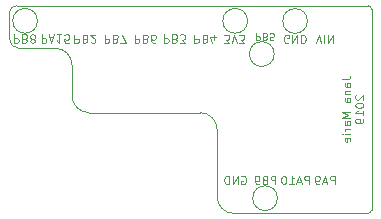
<source format=gbo>
G04 #@! TF.GenerationSoftware,KiCad,Pcbnew,6.0.0-d3dd2cf0fa~116~ubuntu20.04.1*
G04 #@! TF.CreationDate,2022-01-19T00:38:57+01:00*
G04 #@! TF.ProjectId,OtterPill-CAN,4f747465-7250-4696-9c6c-2d43414e2e6b,rev?*
G04 #@! TF.SameCoordinates,Original*
G04 #@! TF.FileFunction,Legend,Bot*
G04 #@! TF.FilePolarity,Positive*
%FSLAX46Y46*%
G04 Gerber Fmt 4.6, Leading zero omitted, Abs format (unit mm)*
G04 Created by KiCad (PCBNEW 6.0.0-d3dd2cf0fa~116~ubuntu20.04.1) date 2022-01-19 00:38:57*
%MOMM*%
%LPD*%
G01*
G04 APERTURE LIST*
G04 #@! TA.AperFunction,Profile*
%ADD10C,0.050000*%
G04 #@! TD*
%ADD11C,0.100000*%
G04 APERTURE END LIST*
D10*
X62900000Y-37400000D02*
G75*
G03*
X63200000Y-37100000I0J300000D01*
G01*
D11*
X55225610Y-36100000D02*
G75*
G03*
X55225610Y-36100000I-1045610J0D01*
G01*
X34905610Y-21090000D02*
G75*
G03*
X34905610Y-21090000I-1045610J0D01*
G01*
X52695610Y-21090000D02*
G75*
G03*
X52695610Y-21090000I-1045610J0D01*
G01*
X57765610Y-21100000D02*
G75*
G03*
X57765610Y-21100000I-1045610J0D01*
G01*
X54945610Y-23900000D02*
G75*
G03*
X54945610Y-23900000I-1045610J0D01*
G01*
D10*
X63200000Y-20100000D02*
G75*
G03*
X62900000Y-19800000I-300000J0D01*
G01*
X33140000Y-19800000D02*
G75*
G03*
X32530000Y-20410000I0J-610000D01*
G01*
X33320000Y-23405246D02*
X36404426Y-23405246D01*
X32530000Y-22615246D02*
G75*
G03*
X33320000Y-23405246I790000J0D01*
G01*
X37834459Y-24835279D02*
G75*
G03*
X36404426Y-23405246I-1430033J0D01*
G01*
X37834459Y-27430000D02*
X37834459Y-24835279D01*
X50115574Y-35969966D02*
G75*
G03*
X51545608Y-37400000I1430034J0D01*
G01*
X37834459Y-27430000D02*
G75*
G03*
X39264493Y-28860034I1430034J0D01*
G01*
X48685540Y-28860000D02*
X39264493Y-28860034D01*
X50115574Y-30290034D02*
G75*
G03*
X48685540Y-28860000I-1430034J0D01*
G01*
X50115574Y-35969966D02*
X50115574Y-30290034D01*
D11*
X60683166Y-26043333D02*
X61183166Y-26043333D01*
X61283166Y-26010000D01*
X61349833Y-25943333D01*
X61383166Y-25843333D01*
X61383166Y-25776666D01*
X61383166Y-26676666D02*
X61016500Y-26676666D01*
X60949833Y-26643333D01*
X60916500Y-26576666D01*
X60916500Y-26443333D01*
X60949833Y-26376666D01*
X61349833Y-26676666D02*
X61383166Y-26610000D01*
X61383166Y-26443333D01*
X61349833Y-26376666D01*
X61283166Y-26343333D01*
X61216500Y-26343333D01*
X61149833Y-26376666D01*
X61116500Y-26443333D01*
X61116500Y-26610000D01*
X61083166Y-26676666D01*
X60916500Y-27010000D02*
X61383166Y-27010000D01*
X60983166Y-27010000D02*
X60949833Y-27043333D01*
X60916500Y-27110000D01*
X60916500Y-27210000D01*
X60949833Y-27276666D01*
X61016500Y-27310000D01*
X61383166Y-27310000D01*
X61383166Y-27943333D02*
X61016500Y-27943333D01*
X60949833Y-27910000D01*
X60916500Y-27843333D01*
X60916500Y-27710000D01*
X60949833Y-27643333D01*
X61349833Y-27943333D02*
X61383166Y-27876666D01*
X61383166Y-27710000D01*
X61349833Y-27643333D01*
X61283166Y-27610000D01*
X61216500Y-27610000D01*
X61149833Y-27643333D01*
X61116500Y-27710000D01*
X61116500Y-27876666D01*
X61083166Y-27943333D01*
X61383166Y-28810000D02*
X60683166Y-28810000D01*
X61183166Y-29043333D01*
X60683166Y-29276666D01*
X61383166Y-29276666D01*
X61383166Y-29910000D02*
X61016500Y-29910000D01*
X60949833Y-29876666D01*
X60916500Y-29810000D01*
X60916500Y-29676666D01*
X60949833Y-29610000D01*
X61349833Y-29910000D02*
X61383166Y-29843333D01*
X61383166Y-29676666D01*
X61349833Y-29610000D01*
X61283166Y-29576666D01*
X61216500Y-29576666D01*
X61149833Y-29610000D01*
X61116500Y-29676666D01*
X61116500Y-29843333D01*
X61083166Y-29910000D01*
X61383166Y-30243333D02*
X60916500Y-30243333D01*
X61049833Y-30243333D02*
X60983166Y-30276666D01*
X60949833Y-30310000D01*
X60916500Y-30376666D01*
X60916500Y-30443333D01*
X61383166Y-30676666D02*
X60916500Y-30676666D01*
X60683166Y-30676666D02*
X60716500Y-30643333D01*
X60749833Y-30676666D01*
X60716500Y-30710000D01*
X60683166Y-30676666D01*
X60749833Y-30676666D01*
X61349833Y-31276666D02*
X61383166Y-31210000D01*
X61383166Y-31076666D01*
X61349833Y-31010000D01*
X61283166Y-30976666D01*
X61016500Y-30976666D01*
X60949833Y-31010000D01*
X60916500Y-31076666D01*
X60916500Y-31210000D01*
X60949833Y-31276666D01*
X61016500Y-31310000D01*
X61083166Y-31310000D01*
X61149833Y-30976666D01*
X61876833Y-27360000D02*
X61843500Y-27393333D01*
X61810166Y-27460000D01*
X61810166Y-27626666D01*
X61843500Y-27693333D01*
X61876833Y-27726666D01*
X61943500Y-27760000D01*
X62010166Y-27760000D01*
X62110166Y-27726666D01*
X62510166Y-27326666D01*
X62510166Y-27760000D01*
X61810166Y-28193333D02*
X61810166Y-28260000D01*
X61843500Y-28326666D01*
X61876833Y-28360000D01*
X61943500Y-28393333D01*
X62076833Y-28426666D01*
X62243500Y-28426666D01*
X62376833Y-28393333D01*
X62443500Y-28360000D01*
X62476833Y-28326666D01*
X62510166Y-28260000D01*
X62510166Y-28193333D01*
X62476833Y-28126666D01*
X62443500Y-28093333D01*
X62376833Y-28060000D01*
X62243500Y-28026666D01*
X62076833Y-28026666D01*
X61943500Y-28060000D01*
X61876833Y-28093333D01*
X61843500Y-28126666D01*
X61810166Y-28193333D01*
X62510166Y-29093333D02*
X62510166Y-28693333D01*
X62510166Y-28893333D02*
X61810166Y-28893333D01*
X61910166Y-28826666D01*
X61976833Y-28760000D01*
X62010166Y-28693333D01*
X62510166Y-29426666D02*
X62510166Y-29560000D01*
X62476833Y-29626666D01*
X62443500Y-29660000D01*
X62343500Y-29726666D01*
X62210166Y-29760000D01*
X61943500Y-29760000D01*
X61876833Y-29726666D01*
X61843500Y-29693333D01*
X61810166Y-29626666D01*
X61810166Y-29493333D01*
X61843500Y-29426666D01*
X61876833Y-29393333D01*
X61943500Y-29360000D01*
X62110166Y-29360000D01*
X62176833Y-29393333D01*
X62210166Y-29426666D01*
X62243500Y-29493333D01*
X62243500Y-29626666D01*
X62210166Y-29693333D01*
X62176833Y-29726666D01*
X62110166Y-29760000D01*
X52178333Y-34250000D02*
X52245000Y-34216666D01*
X52345000Y-34216666D01*
X52445000Y-34250000D01*
X52511666Y-34316666D01*
X52545000Y-34383333D01*
X52578333Y-34516666D01*
X52578333Y-34616666D01*
X52545000Y-34750000D01*
X52511666Y-34816666D01*
X52445000Y-34883333D01*
X52345000Y-34916666D01*
X52278333Y-34916666D01*
X52178333Y-34883333D01*
X52145000Y-34850000D01*
X52145000Y-34616666D01*
X52278333Y-34616666D01*
X51845000Y-34916666D02*
X51845000Y-34216666D01*
X51445000Y-34916666D01*
X51445000Y-34216666D01*
X51111666Y-34916666D02*
X51111666Y-34216666D01*
X50945000Y-34216666D01*
X50845000Y-34250000D01*
X50778333Y-34316666D01*
X50745000Y-34383333D01*
X50711666Y-34516666D01*
X50711666Y-34616666D01*
X50745000Y-34750000D01*
X50778333Y-34816666D01*
X50845000Y-34883333D01*
X50945000Y-34916666D01*
X51111666Y-34916666D01*
X55061666Y-34916666D02*
X55061666Y-34216666D01*
X54795000Y-34216666D01*
X54728333Y-34250000D01*
X54695000Y-34283333D01*
X54661666Y-34350000D01*
X54661666Y-34450000D01*
X54695000Y-34516666D01*
X54728333Y-34550000D01*
X54795000Y-34583333D01*
X55061666Y-34583333D01*
X54128333Y-34550000D02*
X54028333Y-34583333D01*
X53995000Y-34616666D01*
X53961666Y-34683333D01*
X53961666Y-34783333D01*
X53995000Y-34850000D01*
X54028333Y-34883333D01*
X54095000Y-34916666D01*
X54361666Y-34916666D01*
X54361666Y-34216666D01*
X54128333Y-34216666D01*
X54061666Y-34250000D01*
X54028333Y-34283333D01*
X53995000Y-34350000D01*
X53995000Y-34416666D01*
X54028333Y-34483333D01*
X54061666Y-34516666D01*
X54128333Y-34550000D01*
X54361666Y-34550000D01*
X53628333Y-34916666D02*
X53495000Y-34916666D01*
X53428333Y-34883333D01*
X53395000Y-34850000D01*
X53328333Y-34750000D01*
X53295000Y-34616666D01*
X53295000Y-34350000D01*
X53328333Y-34283333D01*
X53361666Y-34250000D01*
X53428333Y-34216666D01*
X53561666Y-34216666D01*
X53628333Y-34250000D01*
X53661666Y-34283333D01*
X53695000Y-34350000D01*
X53695000Y-34516666D01*
X53661666Y-34583333D01*
X53628333Y-34616666D01*
X53561666Y-34650000D01*
X53428333Y-34650000D01*
X53361666Y-34616666D01*
X53328333Y-34583333D01*
X53295000Y-34516666D01*
X57895000Y-34916666D02*
X57895000Y-34216666D01*
X57628333Y-34216666D01*
X57561666Y-34250000D01*
X57528333Y-34283333D01*
X57495000Y-34350000D01*
X57495000Y-34450000D01*
X57528333Y-34516666D01*
X57561666Y-34550000D01*
X57628333Y-34583333D01*
X57895000Y-34583333D01*
X57228333Y-34716666D02*
X56895000Y-34716666D01*
X57295000Y-34916666D02*
X57061666Y-34216666D01*
X56828333Y-34916666D01*
X56228333Y-34916666D02*
X56628333Y-34916666D01*
X56428333Y-34916666D02*
X56428333Y-34216666D01*
X56495000Y-34316666D01*
X56561666Y-34383333D01*
X56628333Y-34416666D01*
X55795000Y-34216666D02*
X55728333Y-34216666D01*
X55661666Y-34250000D01*
X55628333Y-34283333D01*
X55595000Y-34350000D01*
X55561666Y-34483333D01*
X55561666Y-34650000D01*
X55595000Y-34783333D01*
X55628333Y-34850000D01*
X55661666Y-34883333D01*
X55728333Y-34916666D01*
X55795000Y-34916666D01*
X55861666Y-34883333D01*
X55895000Y-34850000D01*
X55928333Y-34783333D01*
X55961666Y-34650000D01*
X55961666Y-34483333D01*
X55928333Y-34350000D01*
X55895000Y-34283333D01*
X55861666Y-34250000D01*
X55795000Y-34216666D01*
X60061666Y-34916666D02*
X60061666Y-34216666D01*
X59795000Y-34216666D01*
X59728333Y-34250000D01*
X59695000Y-34283333D01*
X59661666Y-34350000D01*
X59661666Y-34450000D01*
X59695000Y-34516666D01*
X59728333Y-34550000D01*
X59795000Y-34583333D01*
X60061666Y-34583333D01*
X59395000Y-34716666D02*
X59061666Y-34716666D01*
X59461666Y-34916666D02*
X59228333Y-34216666D01*
X58995000Y-34916666D01*
X58728333Y-34916666D02*
X58595000Y-34916666D01*
X58528333Y-34883333D01*
X58495000Y-34850000D01*
X58428333Y-34750000D01*
X58395000Y-34616666D01*
X58395000Y-34350000D01*
X58428333Y-34283333D01*
X58461666Y-34250000D01*
X58528333Y-34216666D01*
X58661666Y-34216666D01*
X58728333Y-34250000D01*
X58761666Y-34283333D01*
X58795000Y-34350000D01*
X58795000Y-34516666D01*
X58761666Y-34583333D01*
X58728333Y-34616666D01*
X58661666Y-34650000D01*
X58528333Y-34650000D01*
X58461666Y-34616666D01*
X58428333Y-34583333D01*
X58395000Y-34516666D01*
X40588333Y-22253333D02*
X40588333Y-22953333D01*
X40855000Y-22953333D01*
X40921666Y-22920000D01*
X40955000Y-22886666D01*
X40988333Y-22820000D01*
X40988333Y-22720000D01*
X40955000Y-22653333D01*
X40921666Y-22620000D01*
X40855000Y-22586666D01*
X40588333Y-22586666D01*
X41521666Y-22620000D02*
X41621666Y-22586666D01*
X41655000Y-22553333D01*
X41688333Y-22486666D01*
X41688333Y-22386666D01*
X41655000Y-22320000D01*
X41621666Y-22286666D01*
X41555000Y-22253333D01*
X41288333Y-22253333D01*
X41288333Y-22953333D01*
X41521666Y-22953333D01*
X41588333Y-22920000D01*
X41621666Y-22886666D01*
X41655000Y-22820000D01*
X41655000Y-22753333D01*
X41621666Y-22686666D01*
X41588333Y-22653333D01*
X41521666Y-22620000D01*
X41288333Y-22620000D01*
X41921666Y-22953333D02*
X42388333Y-22953333D01*
X42088333Y-22253333D01*
X56161666Y-22930000D02*
X56095000Y-22963333D01*
X55995000Y-22963333D01*
X55895000Y-22930000D01*
X55828333Y-22863333D01*
X55795000Y-22796666D01*
X55761666Y-22663333D01*
X55761666Y-22563333D01*
X55795000Y-22430000D01*
X55828333Y-22363333D01*
X55895000Y-22296666D01*
X55995000Y-22263333D01*
X56061666Y-22263333D01*
X56161666Y-22296666D01*
X56195000Y-22330000D01*
X56195000Y-22563333D01*
X56061666Y-22563333D01*
X56495000Y-22263333D02*
X56495000Y-22963333D01*
X56895000Y-22263333D01*
X56895000Y-22963333D01*
X57228333Y-22263333D02*
X57228333Y-22963333D01*
X57395000Y-22963333D01*
X57495000Y-22930000D01*
X57561666Y-22863333D01*
X57595000Y-22796666D01*
X57628333Y-22663333D01*
X57628333Y-22563333D01*
X57595000Y-22430000D01*
X57561666Y-22363333D01*
X57495000Y-22296666D01*
X57395000Y-22263333D01*
X57228333Y-22263333D01*
X45633333Y-22243333D02*
X45633333Y-22943333D01*
X45900000Y-22943333D01*
X45966666Y-22910000D01*
X46000000Y-22876666D01*
X46033333Y-22810000D01*
X46033333Y-22710000D01*
X46000000Y-22643333D01*
X45966666Y-22610000D01*
X45900000Y-22576666D01*
X45633333Y-22576666D01*
X46566666Y-22610000D02*
X46666666Y-22576666D01*
X46700000Y-22543333D01*
X46733333Y-22476666D01*
X46733333Y-22376666D01*
X46700000Y-22310000D01*
X46666666Y-22276666D01*
X46600000Y-22243333D01*
X46333333Y-22243333D01*
X46333333Y-22943333D01*
X46566666Y-22943333D01*
X46633333Y-22910000D01*
X46666666Y-22876666D01*
X46700000Y-22810000D01*
X46700000Y-22743333D01*
X46666666Y-22676666D01*
X46633333Y-22643333D01*
X46566666Y-22610000D01*
X46333333Y-22610000D01*
X46966666Y-22943333D02*
X47400000Y-22943333D01*
X47166666Y-22676666D01*
X47266666Y-22676666D01*
X47333333Y-22643333D01*
X47366666Y-22610000D01*
X47400000Y-22543333D01*
X47400000Y-22376666D01*
X47366666Y-22310000D01*
X47333333Y-22276666D01*
X47266666Y-22243333D01*
X47066666Y-22243333D01*
X47000000Y-22276666D01*
X46966666Y-22310000D01*
X50713333Y-22953333D02*
X51146666Y-22953333D01*
X50913333Y-22686666D01*
X51013333Y-22686666D01*
X51080000Y-22653333D01*
X51113333Y-22620000D01*
X51146666Y-22553333D01*
X51146666Y-22386666D01*
X51113333Y-22320000D01*
X51080000Y-22286666D01*
X51013333Y-22253333D01*
X50813333Y-22253333D01*
X50746666Y-22286666D01*
X50713333Y-22320000D01*
X51346666Y-22953333D02*
X51580000Y-22253333D01*
X51813333Y-22953333D01*
X51980000Y-22953333D02*
X52413333Y-22953333D01*
X52180000Y-22686666D01*
X52280000Y-22686666D01*
X52346666Y-22653333D01*
X52380000Y-22620000D01*
X52413333Y-22553333D01*
X52413333Y-22386666D01*
X52380000Y-22320000D01*
X52346666Y-22286666D01*
X52280000Y-22253333D01*
X52080000Y-22253333D01*
X52013333Y-22286666D01*
X51980000Y-22320000D01*
X53397142Y-22108571D02*
X53397142Y-22708571D01*
X53625714Y-22708571D01*
X53682857Y-22680000D01*
X53711428Y-22651428D01*
X53740000Y-22594285D01*
X53740000Y-22508571D01*
X53711428Y-22451428D01*
X53682857Y-22422857D01*
X53625714Y-22394285D01*
X53397142Y-22394285D01*
X54197142Y-22422857D02*
X54282857Y-22394285D01*
X54311428Y-22365714D01*
X54340000Y-22308571D01*
X54340000Y-22222857D01*
X54311428Y-22165714D01*
X54282857Y-22137142D01*
X54225714Y-22108571D01*
X53997142Y-22108571D01*
X53997142Y-22708571D01*
X54197142Y-22708571D01*
X54254285Y-22680000D01*
X54282857Y-22651428D01*
X54311428Y-22594285D01*
X54311428Y-22537142D01*
X54282857Y-22480000D01*
X54254285Y-22451428D01*
X54197142Y-22422857D01*
X53997142Y-22422857D01*
X54882857Y-22708571D02*
X54597142Y-22708571D01*
X54568571Y-22422857D01*
X54597142Y-22451428D01*
X54654285Y-22480000D01*
X54797142Y-22480000D01*
X54854285Y-22451428D01*
X54882857Y-22422857D01*
X54911428Y-22365714D01*
X54911428Y-22222857D01*
X54882857Y-22165714D01*
X54854285Y-22137142D01*
X54797142Y-22108571D01*
X54654285Y-22108571D01*
X54597142Y-22137142D01*
X54568571Y-22165714D01*
X48188333Y-22253333D02*
X48188333Y-22953333D01*
X48455000Y-22953333D01*
X48521666Y-22920000D01*
X48555000Y-22886666D01*
X48588333Y-22820000D01*
X48588333Y-22720000D01*
X48555000Y-22653333D01*
X48521666Y-22620000D01*
X48455000Y-22586666D01*
X48188333Y-22586666D01*
X49121666Y-22620000D02*
X49221666Y-22586666D01*
X49255000Y-22553333D01*
X49288333Y-22486666D01*
X49288333Y-22386666D01*
X49255000Y-22320000D01*
X49221666Y-22286666D01*
X49155000Y-22253333D01*
X48888333Y-22253333D01*
X48888333Y-22953333D01*
X49121666Y-22953333D01*
X49188333Y-22920000D01*
X49221666Y-22886666D01*
X49255000Y-22820000D01*
X49255000Y-22753333D01*
X49221666Y-22686666D01*
X49188333Y-22653333D01*
X49121666Y-22620000D01*
X48888333Y-22620000D01*
X49888333Y-22720000D02*
X49888333Y-22253333D01*
X49721666Y-22986666D02*
X49555000Y-22486666D01*
X49988333Y-22486666D01*
X35260000Y-22243333D02*
X35260000Y-22943333D01*
X35526666Y-22943333D01*
X35593333Y-22910000D01*
X35626666Y-22876666D01*
X35660000Y-22810000D01*
X35660000Y-22710000D01*
X35626666Y-22643333D01*
X35593333Y-22610000D01*
X35526666Y-22576666D01*
X35260000Y-22576666D01*
X35926666Y-22443333D02*
X36260000Y-22443333D01*
X35860000Y-22243333D02*
X36093333Y-22943333D01*
X36326666Y-22243333D01*
X36926666Y-22243333D02*
X36526666Y-22243333D01*
X36726666Y-22243333D02*
X36726666Y-22943333D01*
X36660000Y-22843333D01*
X36593333Y-22776666D01*
X36526666Y-22743333D01*
X37560000Y-22943333D02*
X37226666Y-22943333D01*
X37193333Y-22610000D01*
X37226666Y-22643333D01*
X37293333Y-22676666D01*
X37460000Y-22676666D01*
X37526666Y-22643333D01*
X37560000Y-22610000D01*
X37593333Y-22543333D01*
X37593333Y-22376666D01*
X37560000Y-22310000D01*
X37526666Y-22276666D01*
X37460000Y-22243333D01*
X37293333Y-22243333D01*
X37226666Y-22276666D01*
X37193333Y-22310000D01*
X38038333Y-22253333D02*
X38038333Y-22953333D01*
X38305000Y-22953333D01*
X38371666Y-22920000D01*
X38405000Y-22886666D01*
X38438333Y-22820000D01*
X38438333Y-22720000D01*
X38405000Y-22653333D01*
X38371666Y-22620000D01*
X38305000Y-22586666D01*
X38038333Y-22586666D01*
X38971666Y-22620000D02*
X39071666Y-22586666D01*
X39105000Y-22553333D01*
X39138333Y-22486666D01*
X39138333Y-22386666D01*
X39105000Y-22320000D01*
X39071666Y-22286666D01*
X39005000Y-22253333D01*
X38738333Y-22253333D01*
X38738333Y-22953333D01*
X38971666Y-22953333D01*
X39038333Y-22920000D01*
X39071666Y-22886666D01*
X39105000Y-22820000D01*
X39105000Y-22753333D01*
X39071666Y-22686666D01*
X39038333Y-22653333D01*
X38971666Y-22620000D01*
X38738333Y-22620000D01*
X39405000Y-22886666D02*
X39438333Y-22920000D01*
X39505000Y-22953333D01*
X39671666Y-22953333D01*
X39738333Y-22920000D01*
X39771666Y-22886666D01*
X39805000Y-22820000D01*
X39805000Y-22753333D01*
X39771666Y-22653333D01*
X39371666Y-22253333D01*
X39805000Y-22253333D01*
X58478333Y-22953333D02*
X58711666Y-22253333D01*
X58945000Y-22953333D01*
X59178333Y-22253333D02*
X59178333Y-22953333D01*
X59511666Y-22253333D02*
X59511666Y-22953333D01*
X59911666Y-22253333D01*
X59911666Y-22953333D01*
X32933333Y-22243333D02*
X32933333Y-22943333D01*
X33200000Y-22943333D01*
X33266666Y-22910000D01*
X33300000Y-22876666D01*
X33333333Y-22810000D01*
X33333333Y-22710000D01*
X33300000Y-22643333D01*
X33266666Y-22610000D01*
X33200000Y-22576666D01*
X32933333Y-22576666D01*
X33866666Y-22610000D02*
X33966666Y-22576666D01*
X34000000Y-22543333D01*
X34033333Y-22476666D01*
X34033333Y-22376666D01*
X34000000Y-22310000D01*
X33966666Y-22276666D01*
X33900000Y-22243333D01*
X33633333Y-22243333D01*
X33633333Y-22943333D01*
X33866666Y-22943333D01*
X33933333Y-22910000D01*
X33966666Y-22876666D01*
X34000000Y-22810000D01*
X34000000Y-22743333D01*
X33966666Y-22676666D01*
X33933333Y-22643333D01*
X33866666Y-22610000D01*
X33633333Y-22610000D01*
X34433333Y-22643333D02*
X34366666Y-22676666D01*
X34333333Y-22710000D01*
X34300000Y-22776666D01*
X34300000Y-22810000D01*
X34333333Y-22876666D01*
X34366666Y-22910000D01*
X34433333Y-22943333D01*
X34566666Y-22943333D01*
X34633333Y-22910000D01*
X34666666Y-22876666D01*
X34700000Y-22810000D01*
X34700000Y-22776666D01*
X34666666Y-22710000D01*
X34633333Y-22676666D01*
X34566666Y-22643333D01*
X34433333Y-22643333D01*
X34366666Y-22610000D01*
X34333333Y-22576666D01*
X34300000Y-22510000D01*
X34300000Y-22376666D01*
X34333333Y-22310000D01*
X34366666Y-22276666D01*
X34433333Y-22243333D01*
X34566666Y-22243333D01*
X34633333Y-22276666D01*
X34666666Y-22310000D01*
X34700000Y-22376666D01*
X34700000Y-22510000D01*
X34666666Y-22576666D01*
X34633333Y-22610000D01*
X34566666Y-22643333D01*
X43143333Y-22253333D02*
X43143333Y-22953333D01*
X43410000Y-22953333D01*
X43476666Y-22920000D01*
X43510000Y-22886666D01*
X43543333Y-22820000D01*
X43543333Y-22720000D01*
X43510000Y-22653333D01*
X43476666Y-22620000D01*
X43410000Y-22586666D01*
X43143333Y-22586666D01*
X44076666Y-22620000D02*
X44176666Y-22586666D01*
X44210000Y-22553333D01*
X44243333Y-22486666D01*
X44243333Y-22386666D01*
X44210000Y-22320000D01*
X44176666Y-22286666D01*
X44110000Y-22253333D01*
X43843333Y-22253333D01*
X43843333Y-22953333D01*
X44076666Y-22953333D01*
X44143333Y-22920000D01*
X44176666Y-22886666D01*
X44210000Y-22820000D01*
X44210000Y-22753333D01*
X44176666Y-22686666D01*
X44143333Y-22653333D01*
X44076666Y-22620000D01*
X43843333Y-22620000D01*
X44843333Y-22953333D02*
X44710000Y-22953333D01*
X44643333Y-22920000D01*
X44610000Y-22886666D01*
X44543333Y-22786666D01*
X44510000Y-22653333D01*
X44510000Y-22386666D01*
X44543333Y-22320000D01*
X44576666Y-22286666D01*
X44643333Y-22253333D01*
X44776666Y-22253333D01*
X44843333Y-22286666D01*
X44876666Y-22320000D01*
X44910000Y-22386666D01*
X44910000Y-22553333D01*
X44876666Y-22620000D01*
X44843333Y-22653333D01*
X44776666Y-22686666D01*
X44643333Y-22686666D01*
X44576666Y-22653333D01*
X44543333Y-22620000D01*
X44510000Y-22553333D01*
D10*
X32530000Y-20410000D02*
X32530000Y-22615246D01*
X62900000Y-19800000D02*
X33140000Y-19800000D01*
X63200000Y-20100000D02*
X63200000Y-37100000D01*
X51545608Y-37400000D02*
X62900000Y-37400000D01*
M02*

</source>
